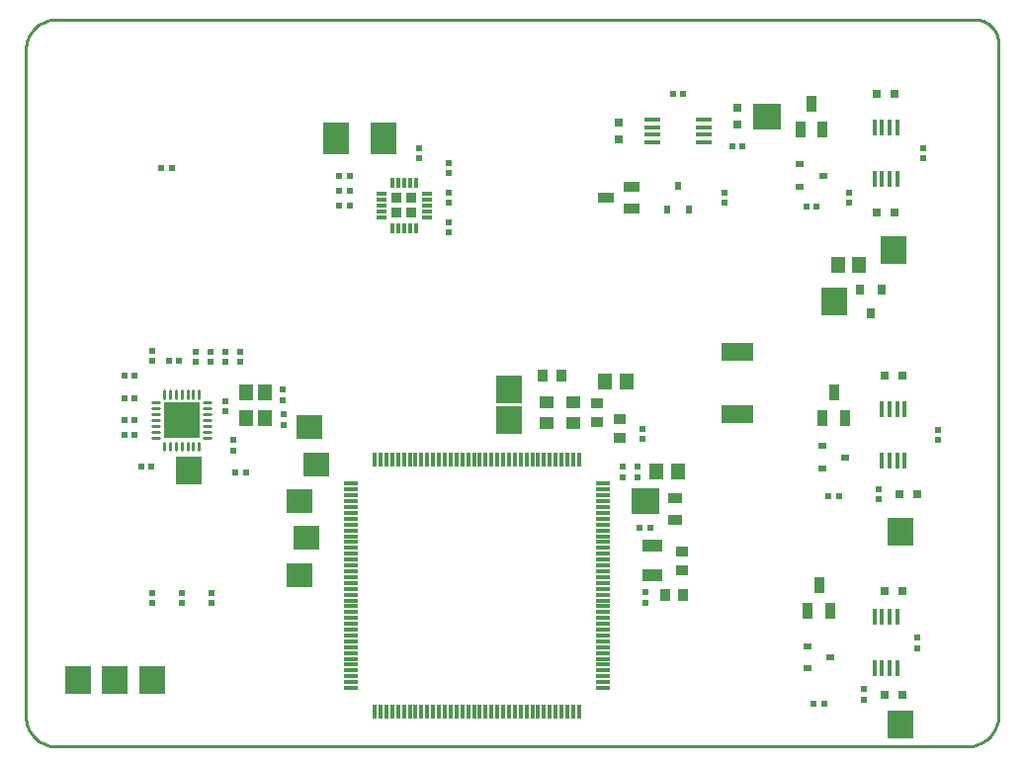
<source format=gbr>
G04 EAGLE Gerber RS-274X export*
G75*
%MOMM*%
%FSLAX34Y34*%
%LPD*%
%INSolderpaste Bottom*%
%IPPOS*%
%AMOC8*
5,1,8,0,0,1.08239X$1,22.5*%
G01*
%ADD10R,1.300000X1.050000*%
%ADD11R,0.300000X1.200000*%
%ADD12R,1.200000X0.300000*%
%ADD13R,0.500000X0.500000*%
%ADD14R,1.000000X0.950000*%
%ADD15R,0.950000X1.000000*%
%ADD16R,1.800000X1.000000*%
%ADD17R,1.300000X0.900000*%
%ADD18R,2.489200X2.235200*%
%ADD19R,2.235200X2.489200*%
%ADD20R,0.800000X0.900000*%
%ADD21R,1.150000X1.450000*%
%ADD22R,2.794000X1.498600*%
%ADD23R,0.620000X0.620000*%
%ADD24R,0.960000X0.960000*%
%ADD25C,0.018200*%
%ADD26R,2.286000X2.794000*%
%ADD27C,0.280000*%
%ADD28R,3.100000X3.100000*%
%ADD29R,1.450000X0.450000*%
%ADD30R,0.800000X0.800000*%
%ADD31R,1.400000X0.950000*%
%ADD32R,0.600000X0.700000*%
%ADD33R,0.450000X1.450000*%
%ADD34R,0.950000X1.400000*%
%ADD35R,0.700000X0.600000*%
%ADD36R,2.235200X2.057400*%
%ADD37R,1.150000X1.400000*%
%ADD38C,0.254000*%


D10*
X240100Y276500D03*
X217100Y276500D03*
X217100Y295000D03*
X240100Y295000D03*
D11*
X70234Y245414D03*
X75234Y245414D03*
X80234Y245414D03*
X85234Y245414D03*
X90234Y245414D03*
X95234Y245414D03*
X100234Y245414D03*
X105234Y245414D03*
X110234Y245414D03*
X115234Y245414D03*
X120234Y245414D03*
X125234Y245414D03*
X130234Y245414D03*
X135234Y245414D03*
X140234Y245414D03*
X145234Y245414D03*
X150234Y245414D03*
X155234Y245414D03*
X160234Y245414D03*
X165234Y245414D03*
X170234Y245414D03*
X175234Y245414D03*
X180234Y245414D03*
X185234Y245414D03*
X190234Y245414D03*
X195234Y245414D03*
X200234Y245414D03*
X205234Y245414D03*
X210234Y245414D03*
X215234Y245414D03*
X220234Y245414D03*
X225234Y245414D03*
X230234Y245414D03*
X235234Y245414D03*
X240234Y245414D03*
X245234Y245414D03*
D12*
X265734Y224914D03*
X265734Y219914D03*
X265734Y214914D03*
X265734Y209914D03*
X265734Y204914D03*
X265734Y199914D03*
X265734Y194914D03*
X265734Y189914D03*
X265734Y184914D03*
X265734Y179914D03*
X265734Y174914D03*
X265734Y169914D03*
X265734Y164914D03*
X265734Y159914D03*
X265734Y154914D03*
X265734Y149914D03*
X265734Y144914D03*
X265734Y139914D03*
X265734Y134914D03*
X265734Y129914D03*
X265734Y124914D03*
X265734Y119914D03*
X265734Y114914D03*
X265734Y109914D03*
X265734Y104914D03*
X265734Y99914D03*
X265734Y94914D03*
X265734Y89914D03*
X265734Y84914D03*
X265734Y79914D03*
X265734Y74914D03*
X265734Y69914D03*
X265734Y64914D03*
X265734Y59914D03*
X265734Y54914D03*
X265734Y49914D03*
D11*
X245234Y29414D03*
X240234Y29414D03*
X235234Y29414D03*
X230234Y29414D03*
X225234Y29414D03*
X220234Y29414D03*
X215234Y29414D03*
X210234Y29414D03*
X205234Y29414D03*
X200234Y29414D03*
X195234Y29414D03*
X190234Y29414D03*
X185234Y29414D03*
X180234Y29414D03*
X175234Y29414D03*
X170234Y29414D03*
X165234Y29414D03*
X160234Y29414D03*
X155234Y29414D03*
X150234Y29414D03*
X145234Y29414D03*
X140234Y29414D03*
X135234Y29414D03*
X130234Y29414D03*
X125234Y29414D03*
X120234Y29414D03*
X115234Y29414D03*
X110234Y29414D03*
X105234Y29414D03*
X100234Y29414D03*
X95234Y29414D03*
X90234Y29414D03*
X85234Y29414D03*
X80234Y29414D03*
X75234Y29414D03*
X70234Y29414D03*
D12*
X49734Y49914D03*
X49734Y54914D03*
X49734Y59914D03*
X49734Y64914D03*
X49734Y69914D03*
X49734Y74914D03*
X49734Y79914D03*
X49734Y84914D03*
X49734Y89914D03*
X49734Y94914D03*
X49734Y99914D03*
X49734Y104914D03*
X49734Y109914D03*
X49734Y114914D03*
X49734Y119914D03*
X49734Y124914D03*
X49734Y129914D03*
X49734Y134914D03*
X49734Y139914D03*
X49734Y144914D03*
X49734Y149914D03*
X49734Y154914D03*
X49734Y159914D03*
X49734Y164914D03*
X49734Y169914D03*
X49734Y174914D03*
X49734Y179914D03*
X49734Y184914D03*
X49734Y189914D03*
X49734Y194914D03*
X49734Y199914D03*
X49734Y204914D03*
X49734Y209914D03*
X49734Y214914D03*
X49734Y219914D03*
X49734Y224914D03*
D13*
X299974Y272216D03*
X299974Y263216D03*
D14*
X279908Y264542D03*
X279908Y280542D03*
D15*
X318644Y129540D03*
X334644Y129540D03*
D14*
X333502Y167004D03*
X333502Y151004D03*
D16*
X308102Y171504D03*
X308102Y146504D03*
D17*
X327152Y212954D03*
X327152Y193954D03*
D13*
X295402Y230704D03*
X295402Y239704D03*
X282702Y230704D03*
X282702Y239704D03*
D18*
X301752Y209804D03*
D19*
X520700Y19050D03*
X514350Y425450D03*
D18*
X406400Y539750D03*
D19*
X520700Y184150D03*
X463550Y381000D03*
D20*
X485800Y391000D03*
X504800Y391000D03*
X495300Y371000D03*
D21*
X485250Y412750D03*
X467250Y412750D03*
D22*
X381000Y284480D03*
X381000Y337820D03*
D13*
X-120650Y131500D03*
X-120650Y122500D03*
X-95250Y122500D03*
X-95250Y131500D03*
X-69850Y122500D03*
X-69850Y131500D03*
D19*
X185420Y279400D03*
X185420Y305562D03*
D13*
X133350Y440000D03*
X133350Y449000D03*
X39950Y476250D03*
X48950Y476250D03*
X39950Y463550D03*
X48950Y463550D03*
X133350Y490800D03*
X133350Y499800D03*
X133350Y474400D03*
X133350Y465400D03*
D23*
X107950Y503500D03*
X107950Y512500D03*
D24*
X101350Y469650D03*
X89150Y469650D03*
X89150Y457450D03*
X101350Y457450D03*
D25*
X110841Y474759D02*
X118759Y474759D01*
X118759Y472341D01*
X110841Y472341D01*
X110841Y474759D01*
X110841Y472514D02*
X118759Y472514D01*
X118759Y472687D02*
X110841Y472687D01*
X110841Y472860D02*
X118759Y472860D01*
X118759Y473033D02*
X110841Y473033D01*
X110841Y473206D02*
X118759Y473206D01*
X118759Y473379D02*
X110841Y473379D01*
X110841Y473552D02*
X118759Y473552D01*
X118759Y473725D02*
X110841Y473725D01*
X110841Y473898D02*
X118759Y473898D01*
X118759Y474071D02*
X110841Y474071D01*
X110841Y474244D02*
X118759Y474244D01*
X118759Y474417D02*
X110841Y474417D01*
X110841Y474590D02*
X118759Y474590D01*
X118759Y469759D02*
X110841Y469759D01*
X118759Y469759D02*
X118759Y467341D01*
X110841Y467341D01*
X110841Y469759D01*
X110841Y467514D02*
X118759Y467514D01*
X118759Y467687D02*
X110841Y467687D01*
X110841Y467860D02*
X118759Y467860D01*
X118759Y468033D02*
X110841Y468033D01*
X110841Y468206D02*
X118759Y468206D01*
X118759Y468379D02*
X110841Y468379D01*
X110841Y468552D02*
X118759Y468552D01*
X118759Y468725D02*
X110841Y468725D01*
X110841Y468898D02*
X118759Y468898D01*
X118759Y469071D02*
X110841Y469071D01*
X110841Y469244D02*
X118759Y469244D01*
X118759Y469417D02*
X110841Y469417D01*
X110841Y469590D02*
X118759Y469590D01*
X118759Y464759D02*
X110841Y464759D01*
X118759Y464759D02*
X118759Y462341D01*
X110841Y462341D01*
X110841Y464759D01*
X110841Y462514D02*
X118759Y462514D01*
X118759Y462687D02*
X110841Y462687D01*
X110841Y462860D02*
X118759Y462860D01*
X118759Y463033D02*
X110841Y463033D01*
X110841Y463206D02*
X118759Y463206D01*
X118759Y463379D02*
X110841Y463379D01*
X110841Y463552D02*
X118759Y463552D01*
X118759Y463725D02*
X110841Y463725D01*
X110841Y463898D02*
X118759Y463898D01*
X118759Y464071D02*
X110841Y464071D01*
X110841Y464244D02*
X118759Y464244D01*
X118759Y464417D02*
X110841Y464417D01*
X110841Y464590D02*
X118759Y464590D01*
X118759Y459759D02*
X110841Y459759D01*
X118759Y459759D02*
X118759Y457341D01*
X110841Y457341D01*
X110841Y459759D01*
X110841Y457514D02*
X118759Y457514D01*
X118759Y457687D02*
X110841Y457687D01*
X110841Y457860D02*
X118759Y457860D01*
X118759Y458033D02*
X110841Y458033D01*
X110841Y458206D02*
X118759Y458206D01*
X118759Y458379D02*
X110841Y458379D01*
X110841Y458552D02*
X118759Y458552D01*
X118759Y458725D02*
X110841Y458725D01*
X110841Y458898D02*
X118759Y458898D01*
X118759Y459071D02*
X110841Y459071D01*
X110841Y459244D02*
X118759Y459244D01*
X118759Y459417D02*
X110841Y459417D01*
X110841Y459590D02*
X118759Y459590D01*
X118759Y454759D02*
X110841Y454759D01*
X118759Y454759D02*
X118759Y452341D01*
X110841Y452341D01*
X110841Y454759D01*
X110841Y452514D02*
X118759Y452514D01*
X118759Y452687D02*
X110841Y452687D01*
X110841Y452860D02*
X118759Y452860D01*
X118759Y453033D02*
X110841Y453033D01*
X110841Y453206D02*
X118759Y453206D01*
X118759Y453379D02*
X110841Y453379D01*
X110841Y453552D02*
X118759Y453552D01*
X118759Y453725D02*
X110841Y453725D01*
X110841Y453898D02*
X118759Y453898D01*
X118759Y454071D02*
X110841Y454071D01*
X110841Y454244D02*
X118759Y454244D01*
X118759Y454417D02*
X110841Y454417D01*
X110841Y454590D02*
X118759Y454590D01*
X106459Y447959D02*
X106459Y440041D01*
X104041Y440041D01*
X104041Y447959D01*
X106459Y447959D01*
X106459Y440214D02*
X104041Y440214D01*
X104041Y440387D02*
X106459Y440387D01*
X106459Y440560D02*
X104041Y440560D01*
X104041Y440733D02*
X106459Y440733D01*
X106459Y440906D02*
X104041Y440906D01*
X104041Y441079D02*
X106459Y441079D01*
X106459Y441252D02*
X104041Y441252D01*
X104041Y441425D02*
X106459Y441425D01*
X106459Y441598D02*
X104041Y441598D01*
X104041Y441771D02*
X106459Y441771D01*
X106459Y441944D02*
X104041Y441944D01*
X104041Y442117D02*
X106459Y442117D01*
X106459Y442290D02*
X104041Y442290D01*
X104041Y442463D02*
X106459Y442463D01*
X106459Y442636D02*
X104041Y442636D01*
X104041Y442809D02*
X106459Y442809D01*
X106459Y442982D02*
X104041Y442982D01*
X104041Y443155D02*
X106459Y443155D01*
X106459Y443328D02*
X104041Y443328D01*
X104041Y443501D02*
X106459Y443501D01*
X106459Y443674D02*
X104041Y443674D01*
X104041Y443847D02*
X106459Y443847D01*
X106459Y444020D02*
X104041Y444020D01*
X104041Y444193D02*
X106459Y444193D01*
X106459Y444366D02*
X104041Y444366D01*
X104041Y444539D02*
X106459Y444539D01*
X106459Y444712D02*
X104041Y444712D01*
X104041Y444885D02*
X106459Y444885D01*
X106459Y445058D02*
X104041Y445058D01*
X104041Y445231D02*
X106459Y445231D01*
X106459Y445404D02*
X104041Y445404D01*
X104041Y445577D02*
X106459Y445577D01*
X106459Y445750D02*
X104041Y445750D01*
X104041Y445923D02*
X106459Y445923D01*
X106459Y446096D02*
X104041Y446096D01*
X104041Y446269D02*
X106459Y446269D01*
X106459Y446442D02*
X104041Y446442D01*
X104041Y446615D02*
X106459Y446615D01*
X106459Y446788D02*
X104041Y446788D01*
X104041Y446961D02*
X106459Y446961D01*
X106459Y447134D02*
X104041Y447134D01*
X104041Y447307D02*
X106459Y447307D01*
X106459Y447480D02*
X104041Y447480D01*
X104041Y447653D02*
X106459Y447653D01*
X106459Y447826D02*
X104041Y447826D01*
X101459Y447959D02*
X101459Y440041D01*
X99041Y440041D01*
X99041Y447959D01*
X101459Y447959D01*
X101459Y440214D02*
X99041Y440214D01*
X99041Y440387D02*
X101459Y440387D01*
X101459Y440560D02*
X99041Y440560D01*
X99041Y440733D02*
X101459Y440733D01*
X101459Y440906D02*
X99041Y440906D01*
X99041Y441079D02*
X101459Y441079D01*
X101459Y441252D02*
X99041Y441252D01*
X99041Y441425D02*
X101459Y441425D01*
X101459Y441598D02*
X99041Y441598D01*
X99041Y441771D02*
X101459Y441771D01*
X101459Y441944D02*
X99041Y441944D01*
X99041Y442117D02*
X101459Y442117D01*
X101459Y442290D02*
X99041Y442290D01*
X99041Y442463D02*
X101459Y442463D01*
X101459Y442636D02*
X99041Y442636D01*
X99041Y442809D02*
X101459Y442809D01*
X101459Y442982D02*
X99041Y442982D01*
X99041Y443155D02*
X101459Y443155D01*
X101459Y443328D02*
X99041Y443328D01*
X99041Y443501D02*
X101459Y443501D01*
X101459Y443674D02*
X99041Y443674D01*
X99041Y443847D02*
X101459Y443847D01*
X101459Y444020D02*
X99041Y444020D01*
X99041Y444193D02*
X101459Y444193D01*
X101459Y444366D02*
X99041Y444366D01*
X99041Y444539D02*
X101459Y444539D01*
X101459Y444712D02*
X99041Y444712D01*
X99041Y444885D02*
X101459Y444885D01*
X101459Y445058D02*
X99041Y445058D01*
X99041Y445231D02*
X101459Y445231D01*
X101459Y445404D02*
X99041Y445404D01*
X99041Y445577D02*
X101459Y445577D01*
X101459Y445750D02*
X99041Y445750D01*
X99041Y445923D02*
X101459Y445923D01*
X101459Y446096D02*
X99041Y446096D01*
X99041Y446269D02*
X101459Y446269D01*
X101459Y446442D02*
X99041Y446442D01*
X99041Y446615D02*
X101459Y446615D01*
X101459Y446788D02*
X99041Y446788D01*
X99041Y446961D02*
X101459Y446961D01*
X101459Y447134D02*
X99041Y447134D01*
X99041Y447307D02*
X101459Y447307D01*
X101459Y447480D02*
X99041Y447480D01*
X99041Y447653D02*
X101459Y447653D01*
X101459Y447826D02*
X99041Y447826D01*
X96459Y447959D02*
X96459Y440041D01*
X94041Y440041D01*
X94041Y447959D01*
X96459Y447959D01*
X96459Y440214D02*
X94041Y440214D01*
X94041Y440387D02*
X96459Y440387D01*
X96459Y440560D02*
X94041Y440560D01*
X94041Y440733D02*
X96459Y440733D01*
X96459Y440906D02*
X94041Y440906D01*
X94041Y441079D02*
X96459Y441079D01*
X96459Y441252D02*
X94041Y441252D01*
X94041Y441425D02*
X96459Y441425D01*
X96459Y441598D02*
X94041Y441598D01*
X94041Y441771D02*
X96459Y441771D01*
X96459Y441944D02*
X94041Y441944D01*
X94041Y442117D02*
X96459Y442117D01*
X96459Y442290D02*
X94041Y442290D01*
X94041Y442463D02*
X96459Y442463D01*
X96459Y442636D02*
X94041Y442636D01*
X94041Y442809D02*
X96459Y442809D01*
X96459Y442982D02*
X94041Y442982D01*
X94041Y443155D02*
X96459Y443155D01*
X96459Y443328D02*
X94041Y443328D01*
X94041Y443501D02*
X96459Y443501D01*
X96459Y443674D02*
X94041Y443674D01*
X94041Y443847D02*
X96459Y443847D01*
X96459Y444020D02*
X94041Y444020D01*
X94041Y444193D02*
X96459Y444193D01*
X96459Y444366D02*
X94041Y444366D01*
X94041Y444539D02*
X96459Y444539D01*
X96459Y444712D02*
X94041Y444712D01*
X94041Y444885D02*
X96459Y444885D01*
X96459Y445058D02*
X94041Y445058D01*
X94041Y445231D02*
X96459Y445231D01*
X96459Y445404D02*
X94041Y445404D01*
X94041Y445577D02*
X96459Y445577D01*
X96459Y445750D02*
X94041Y445750D01*
X94041Y445923D02*
X96459Y445923D01*
X96459Y446096D02*
X94041Y446096D01*
X94041Y446269D02*
X96459Y446269D01*
X96459Y446442D02*
X94041Y446442D01*
X94041Y446615D02*
X96459Y446615D01*
X96459Y446788D02*
X94041Y446788D01*
X94041Y446961D02*
X96459Y446961D01*
X96459Y447134D02*
X94041Y447134D01*
X94041Y447307D02*
X96459Y447307D01*
X96459Y447480D02*
X94041Y447480D01*
X94041Y447653D02*
X96459Y447653D01*
X96459Y447826D02*
X94041Y447826D01*
X91459Y447959D02*
X91459Y440041D01*
X89041Y440041D01*
X89041Y447959D01*
X91459Y447959D01*
X91459Y440214D02*
X89041Y440214D01*
X89041Y440387D02*
X91459Y440387D01*
X91459Y440560D02*
X89041Y440560D01*
X89041Y440733D02*
X91459Y440733D01*
X91459Y440906D02*
X89041Y440906D01*
X89041Y441079D02*
X91459Y441079D01*
X91459Y441252D02*
X89041Y441252D01*
X89041Y441425D02*
X91459Y441425D01*
X91459Y441598D02*
X89041Y441598D01*
X89041Y441771D02*
X91459Y441771D01*
X91459Y441944D02*
X89041Y441944D01*
X89041Y442117D02*
X91459Y442117D01*
X91459Y442290D02*
X89041Y442290D01*
X89041Y442463D02*
X91459Y442463D01*
X91459Y442636D02*
X89041Y442636D01*
X89041Y442809D02*
X91459Y442809D01*
X91459Y442982D02*
X89041Y442982D01*
X89041Y443155D02*
X91459Y443155D01*
X91459Y443328D02*
X89041Y443328D01*
X89041Y443501D02*
X91459Y443501D01*
X91459Y443674D02*
X89041Y443674D01*
X89041Y443847D02*
X91459Y443847D01*
X91459Y444020D02*
X89041Y444020D01*
X89041Y444193D02*
X91459Y444193D01*
X91459Y444366D02*
X89041Y444366D01*
X89041Y444539D02*
X91459Y444539D01*
X91459Y444712D02*
X89041Y444712D01*
X89041Y444885D02*
X91459Y444885D01*
X91459Y445058D02*
X89041Y445058D01*
X89041Y445231D02*
X91459Y445231D01*
X91459Y445404D02*
X89041Y445404D01*
X89041Y445577D02*
X91459Y445577D01*
X91459Y445750D02*
X89041Y445750D01*
X89041Y445923D02*
X91459Y445923D01*
X91459Y446096D02*
X89041Y446096D01*
X89041Y446269D02*
X91459Y446269D01*
X91459Y446442D02*
X89041Y446442D01*
X89041Y446615D02*
X91459Y446615D01*
X91459Y446788D02*
X89041Y446788D01*
X89041Y446961D02*
X91459Y446961D01*
X91459Y447134D02*
X89041Y447134D01*
X89041Y447307D02*
X91459Y447307D01*
X91459Y447480D02*
X89041Y447480D01*
X89041Y447653D02*
X91459Y447653D01*
X91459Y447826D02*
X89041Y447826D01*
X86459Y447959D02*
X86459Y440041D01*
X84041Y440041D01*
X84041Y447959D01*
X86459Y447959D01*
X86459Y440214D02*
X84041Y440214D01*
X84041Y440387D02*
X86459Y440387D01*
X86459Y440560D02*
X84041Y440560D01*
X84041Y440733D02*
X86459Y440733D01*
X86459Y440906D02*
X84041Y440906D01*
X84041Y441079D02*
X86459Y441079D01*
X86459Y441252D02*
X84041Y441252D01*
X84041Y441425D02*
X86459Y441425D01*
X86459Y441598D02*
X84041Y441598D01*
X84041Y441771D02*
X86459Y441771D01*
X86459Y441944D02*
X84041Y441944D01*
X84041Y442117D02*
X86459Y442117D01*
X86459Y442290D02*
X84041Y442290D01*
X84041Y442463D02*
X86459Y442463D01*
X86459Y442636D02*
X84041Y442636D01*
X84041Y442809D02*
X86459Y442809D01*
X86459Y442982D02*
X84041Y442982D01*
X84041Y443155D02*
X86459Y443155D01*
X86459Y443328D02*
X84041Y443328D01*
X84041Y443501D02*
X86459Y443501D01*
X86459Y443674D02*
X84041Y443674D01*
X84041Y443847D02*
X86459Y443847D01*
X86459Y444020D02*
X84041Y444020D01*
X84041Y444193D02*
X86459Y444193D01*
X86459Y444366D02*
X84041Y444366D01*
X84041Y444539D02*
X86459Y444539D01*
X86459Y444712D02*
X84041Y444712D01*
X84041Y444885D02*
X86459Y444885D01*
X86459Y445058D02*
X84041Y445058D01*
X84041Y445231D02*
X86459Y445231D01*
X86459Y445404D02*
X84041Y445404D01*
X84041Y445577D02*
X86459Y445577D01*
X86459Y445750D02*
X84041Y445750D01*
X84041Y445923D02*
X86459Y445923D01*
X86459Y446096D02*
X84041Y446096D01*
X84041Y446269D02*
X86459Y446269D01*
X86459Y446442D02*
X84041Y446442D01*
X84041Y446615D02*
X86459Y446615D01*
X86459Y446788D02*
X84041Y446788D01*
X84041Y446961D02*
X86459Y446961D01*
X86459Y447134D02*
X84041Y447134D01*
X84041Y447307D02*
X86459Y447307D01*
X86459Y447480D02*
X84041Y447480D01*
X84041Y447653D02*
X86459Y447653D01*
X86459Y447826D02*
X84041Y447826D01*
X79659Y452341D02*
X71741Y452341D01*
X71741Y454759D01*
X79659Y454759D01*
X79659Y452341D01*
X79659Y452514D02*
X71741Y452514D01*
X71741Y452687D02*
X79659Y452687D01*
X79659Y452860D02*
X71741Y452860D01*
X71741Y453033D02*
X79659Y453033D01*
X79659Y453206D02*
X71741Y453206D01*
X71741Y453379D02*
X79659Y453379D01*
X79659Y453552D02*
X71741Y453552D01*
X71741Y453725D02*
X79659Y453725D01*
X79659Y453898D02*
X71741Y453898D01*
X71741Y454071D02*
X79659Y454071D01*
X79659Y454244D02*
X71741Y454244D01*
X71741Y454417D02*
X79659Y454417D01*
X79659Y454590D02*
X71741Y454590D01*
X71741Y457341D02*
X79659Y457341D01*
X71741Y457341D02*
X71741Y459759D01*
X79659Y459759D01*
X79659Y457341D01*
X79659Y457514D02*
X71741Y457514D01*
X71741Y457687D02*
X79659Y457687D01*
X79659Y457860D02*
X71741Y457860D01*
X71741Y458033D02*
X79659Y458033D01*
X79659Y458206D02*
X71741Y458206D01*
X71741Y458379D02*
X79659Y458379D01*
X79659Y458552D02*
X71741Y458552D01*
X71741Y458725D02*
X79659Y458725D01*
X79659Y458898D02*
X71741Y458898D01*
X71741Y459071D02*
X79659Y459071D01*
X79659Y459244D02*
X71741Y459244D01*
X71741Y459417D02*
X79659Y459417D01*
X79659Y459590D02*
X71741Y459590D01*
X71741Y462341D02*
X79659Y462341D01*
X71741Y462341D02*
X71741Y464759D01*
X79659Y464759D01*
X79659Y462341D01*
X79659Y462514D02*
X71741Y462514D01*
X71741Y462687D02*
X79659Y462687D01*
X79659Y462860D02*
X71741Y462860D01*
X71741Y463033D02*
X79659Y463033D01*
X79659Y463206D02*
X71741Y463206D01*
X71741Y463379D02*
X79659Y463379D01*
X79659Y463552D02*
X71741Y463552D01*
X71741Y463725D02*
X79659Y463725D01*
X79659Y463898D02*
X71741Y463898D01*
X71741Y464071D02*
X79659Y464071D01*
X79659Y464244D02*
X71741Y464244D01*
X71741Y464417D02*
X79659Y464417D01*
X79659Y464590D02*
X71741Y464590D01*
X71741Y467341D02*
X79659Y467341D01*
X71741Y467341D02*
X71741Y469759D01*
X79659Y469759D01*
X79659Y467341D01*
X79659Y467514D02*
X71741Y467514D01*
X71741Y467687D02*
X79659Y467687D01*
X79659Y467860D02*
X71741Y467860D01*
X71741Y468033D02*
X79659Y468033D01*
X79659Y468206D02*
X71741Y468206D01*
X71741Y468379D02*
X79659Y468379D01*
X79659Y468552D02*
X71741Y468552D01*
X71741Y468725D02*
X79659Y468725D01*
X79659Y468898D02*
X71741Y468898D01*
X71741Y469071D02*
X79659Y469071D01*
X79659Y469244D02*
X71741Y469244D01*
X71741Y469417D02*
X79659Y469417D01*
X79659Y469590D02*
X71741Y469590D01*
X71741Y472341D02*
X79659Y472341D01*
X71741Y472341D02*
X71741Y474759D01*
X79659Y474759D01*
X79659Y472341D01*
X79659Y472514D02*
X71741Y472514D01*
X71741Y472687D02*
X79659Y472687D01*
X79659Y472860D02*
X71741Y472860D01*
X71741Y473033D02*
X79659Y473033D01*
X79659Y473206D02*
X71741Y473206D01*
X71741Y473379D02*
X79659Y473379D01*
X79659Y473552D02*
X71741Y473552D01*
X71741Y473725D02*
X79659Y473725D01*
X79659Y473898D02*
X71741Y473898D01*
X71741Y474071D02*
X79659Y474071D01*
X79659Y474244D02*
X71741Y474244D01*
X71741Y474417D02*
X79659Y474417D01*
X79659Y474590D02*
X71741Y474590D01*
X84041Y479141D02*
X84041Y487059D01*
X86459Y487059D01*
X86459Y479141D01*
X84041Y479141D01*
X84041Y479314D02*
X86459Y479314D01*
X86459Y479487D02*
X84041Y479487D01*
X84041Y479660D02*
X86459Y479660D01*
X86459Y479833D02*
X84041Y479833D01*
X84041Y480006D02*
X86459Y480006D01*
X86459Y480179D02*
X84041Y480179D01*
X84041Y480352D02*
X86459Y480352D01*
X86459Y480525D02*
X84041Y480525D01*
X84041Y480698D02*
X86459Y480698D01*
X86459Y480871D02*
X84041Y480871D01*
X84041Y481044D02*
X86459Y481044D01*
X86459Y481217D02*
X84041Y481217D01*
X84041Y481390D02*
X86459Y481390D01*
X86459Y481563D02*
X84041Y481563D01*
X84041Y481736D02*
X86459Y481736D01*
X86459Y481909D02*
X84041Y481909D01*
X84041Y482082D02*
X86459Y482082D01*
X86459Y482255D02*
X84041Y482255D01*
X84041Y482428D02*
X86459Y482428D01*
X86459Y482601D02*
X84041Y482601D01*
X84041Y482774D02*
X86459Y482774D01*
X86459Y482947D02*
X84041Y482947D01*
X84041Y483120D02*
X86459Y483120D01*
X86459Y483293D02*
X84041Y483293D01*
X84041Y483466D02*
X86459Y483466D01*
X86459Y483639D02*
X84041Y483639D01*
X84041Y483812D02*
X86459Y483812D01*
X86459Y483985D02*
X84041Y483985D01*
X84041Y484158D02*
X86459Y484158D01*
X86459Y484331D02*
X84041Y484331D01*
X84041Y484504D02*
X86459Y484504D01*
X86459Y484677D02*
X84041Y484677D01*
X84041Y484850D02*
X86459Y484850D01*
X86459Y485023D02*
X84041Y485023D01*
X84041Y485196D02*
X86459Y485196D01*
X86459Y485369D02*
X84041Y485369D01*
X84041Y485542D02*
X86459Y485542D01*
X86459Y485715D02*
X84041Y485715D01*
X84041Y485888D02*
X86459Y485888D01*
X86459Y486061D02*
X84041Y486061D01*
X84041Y486234D02*
X86459Y486234D01*
X86459Y486407D02*
X84041Y486407D01*
X84041Y486580D02*
X86459Y486580D01*
X86459Y486753D02*
X84041Y486753D01*
X84041Y486926D02*
X86459Y486926D01*
X89041Y487059D02*
X89041Y479141D01*
X89041Y487059D02*
X91459Y487059D01*
X91459Y479141D01*
X89041Y479141D01*
X89041Y479314D02*
X91459Y479314D01*
X91459Y479487D02*
X89041Y479487D01*
X89041Y479660D02*
X91459Y479660D01*
X91459Y479833D02*
X89041Y479833D01*
X89041Y480006D02*
X91459Y480006D01*
X91459Y480179D02*
X89041Y480179D01*
X89041Y480352D02*
X91459Y480352D01*
X91459Y480525D02*
X89041Y480525D01*
X89041Y480698D02*
X91459Y480698D01*
X91459Y480871D02*
X89041Y480871D01*
X89041Y481044D02*
X91459Y481044D01*
X91459Y481217D02*
X89041Y481217D01*
X89041Y481390D02*
X91459Y481390D01*
X91459Y481563D02*
X89041Y481563D01*
X89041Y481736D02*
X91459Y481736D01*
X91459Y481909D02*
X89041Y481909D01*
X89041Y482082D02*
X91459Y482082D01*
X91459Y482255D02*
X89041Y482255D01*
X89041Y482428D02*
X91459Y482428D01*
X91459Y482601D02*
X89041Y482601D01*
X89041Y482774D02*
X91459Y482774D01*
X91459Y482947D02*
X89041Y482947D01*
X89041Y483120D02*
X91459Y483120D01*
X91459Y483293D02*
X89041Y483293D01*
X89041Y483466D02*
X91459Y483466D01*
X91459Y483639D02*
X89041Y483639D01*
X89041Y483812D02*
X91459Y483812D01*
X91459Y483985D02*
X89041Y483985D01*
X89041Y484158D02*
X91459Y484158D01*
X91459Y484331D02*
X89041Y484331D01*
X89041Y484504D02*
X91459Y484504D01*
X91459Y484677D02*
X89041Y484677D01*
X89041Y484850D02*
X91459Y484850D01*
X91459Y485023D02*
X89041Y485023D01*
X89041Y485196D02*
X91459Y485196D01*
X91459Y485369D02*
X89041Y485369D01*
X89041Y485542D02*
X91459Y485542D01*
X91459Y485715D02*
X89041Y485715D01*
X89041Y485888D02*
X91459Y485888D01*
X91459Y486061D02*
X89041Y486061D01*
X89041Y486234D02*
X91459Y486234D01*
X91459Y486407D02*
X89041Y486407D01*
X89041Y486580D02*
X91459Y486580D01*
X91459Y486753D02*
X89041Y486753D01*
X89041Y486926D02*
X91459Y486926D01*
X94041Y487059D02*
X94041Y479141D01*
X94041Y487059D02*
X96459Y487059D01*
X96459Y479141D01*
X94041Y479141D01*
X94041Y479314D02*
X96459Y479314D01*
X96459Y479487D02*
X94041Y479487D01*
X94041Y479660D02*
X96459Y479660D01*
X96459Y479833D02*
X94041Y479833D01*
X94041Y480006D02*
X96459Y480006D01*
X96459Y480179D02*
X94041Y480179D01*
X94041Y480352D02*
X96459Y480352D01*
X96459Y480525D02*
X94041Y480525D01*
X94041Y480698D02*
X96459Y480698D01*
X96459Y480871D02*
X94041Y480871D01*
X94041Y481044D02*
X96459Y481044D01*
X96459Y481217D02*
X94041Y481217D01*
X94041Y481390D02*
X96459Y481390D01*
X96459Y481563D02*
X94041Y481563D01*
X94041Y481736D02*
X96459Y481736D01*
X96459Y481909D02*
X94041Y481909D01*
X94041Y482082D02*
X96459Y482082D01*
X96459Y482255D02*
X94041Y482255D01*
X94041Y482428D02*
X96459Y482428D01*
X96459Y482601D02*
X94041Y482601D01*
X94041Y482774D02*
X96459Y482774D01*
X96459Y482947D02*
X94041Y482947D01*
X94041Y483120D02*
X96459Y483120D01*
X96459Y483293D02*
X94041Y483293D01*
X94041Y483466D02*
X96459Y483466D01*
X96459Y483639D02*
X94041Y483639D01*
X94041Y483812D02*
X96459Y483812D01*
X96459Y483985D02*
X94041Y483985D01*
X94041Y484158D02*
X96459Y484158D01*
X96459Y484331D02*
X94041Y484331D01*
X94041Y484504D02*
X96459Y484504D01*
X96459Y484677D02*
X94041Y484677D01*
X94041Y484850D02*
X96459Y484850D01*
X96459Y485023D02*
X94041Y485023D01*
X94041Y485196D02*
X96459Y485196D01*
X96459Y485369D02*
X94041Y485369D01*
X94041Y485542D02*
X96459Y485542D01*
X96459Y485715D02*
X94041Y485715D01*
X94041Y485888D02*
X96459Y485888D01*
X96459Y486061D02*
X94041Y486061D01*
X94041Y486234D02*
X96459Y486234D01*
X96459Y486407D02*
X94041Y486407D01*
X94041Y486580D02*
X96459Y486580D01*
X96459Y486753D02*
X94041Y486753D01*
X94041Y486926D02*
X96459Y486926D01*
X99041Y487059D02*
X99041Y479141D01*
X99041Y487059D02*
X101459Y487059D01*
X101459Y479141D01*
X99041Y479141D01*
X99041Y479314D02*
X101459Y479314D01*
X101459Y479487D02*
X99041Y479487D01*
X99041Y479660D02*
X101459Y479660D01*
X101459Y479833D02*
X99041Y479833D01*
X99041Y480006D02*
X101459Y480006D01*
X101459Y480179D02*
X99041Y480179D01*
X99041Y480352D02*
X101459Y480352D01*
X101459Y480525D02*
X99041Y480525D01*
X99041Y480698D02*
X101459Y480698D01*
X101459Y480871D02*
X99041Y480871D01*
X99041Y481044D02*
X101459Y481044D01*
X101459Y481217D02*
X99041Y481217D01*
X99041Y481390D02*
X101459Y481390D01*
X101459Y481563D02*
X99041Y481563D01*
X99041Y481736D02*
X101459Y481736D01*
X101459Y481909D02*
X99041Y481909D01*
X99041Y482082D02*
X101459Y482082D01*
X101459Y482255D02*
X99041Y482255D01*
X99041Y482428D02*
X101459Y482428D01*
X101459Y482601D02*
X99041Y482601D01*
X99041Y482774D02*
X101459Y482774D01*
X101459Y482947D02*
X99041Y482947D01*
X99041Y483120D02*
X101459Y483120D01*
X101459Y483293D02*
X99041Y483293D01*
X99041Y483466D02*
X101459Y483466D01*
X101459Y483639D02*
X99041Y483639D01*
X99041Y483812D02*
X101459Y483812D01*
X101459Y483985D02*
X99041Y483985D01*
X99041Y484158D02*
X101459Y484158D01*
X101459Y484331D02*
X99041Y484331D01*
X99041Y484504D02*
X101459Y484504D01*
X101459Y484677D02*
X99041Y484677D01*
X99041Y484850D02*
X101459Y484850D01*
X101459Y485023D02*
X99041Y485023D01*
X99041Y485196D02*
X101459Y485196D01*
X101459Y485369D02*
X99041Y485369D01*
X99041Y485542D02*
X101459Y485542D01*
X101459Y485715D02*
X99041Y485715D01*
X99041Y485888D02*
X101459Y485888D01*
X101459Y486061D02*
X99041Y486061D01*
X99041Y486234D02*
X101459Y486234D01*
X101459Y486407D02*
X99041Y486407D01*
X99041Y486580D02*
X101459Y486580D01*
X101459Y486753D02*
X99041Y486753D01*
X99041Y486926D02*
X101459Y486926D01*
X104041Y487059D02*
X104041Y479141D01*
X104041Y487059D02*
X106459Y487059D01*
X106459Y479141D01*
X104041Y479141D01*
X104041Y479314D02*
X106459Y479314D01*
X106459Y479487D02*
X104041Y479487D01*
X104041Y479660D02*
X106459Y479660D01*
X106459Y479833D02*
X104041Y479833D01*
X104041Y480006D02*
X106459Y480006D01*
X106459Y480179D02*
X104041Y480179D01*
X104041Y480352D02*
X106459Y480352D01*
X106459Y480525D02*
X104041Y480525D01*
X104041Y480698D02*
X106459Y480698D01*
X106459Y480871D02*
X104041Y480871D01*
X104041Y481044D02*
X106459Y481044D01*
X106459Y481217D02*
X104041Y481217D01*
X104041Y481390D02*
X106459Y481390D01*
X106459Y481563D02*
X104041Y481563D01*
X104041Y481736D02*
X106459Y481736D01*
X106459Y481909D02*
X104041Y481909D01*
X104041Y482082D02*
X106459Y482082D01*
X106459Y482255D02*
X104041Y482255D01*
X104041Y482428D02*
X106459Y482428D01*
X106459Y482601D02*
X104041Y482601D01*
X104041Y482774D02*
X106459Y482774D01*
X106459Y482947D02*
X104041Y482947D01*
X104041Y483120D02*
X106459Y483120D01*
X106459Y483293D02*
X104041Y483293D01*
X104041Y483466D02*
X106459Y483466D01*
X106459Y483639D02*
X104041Y483639D01*
X104041Y483812D02*
X106459Y483812D01*
X106459Y483985D02*
X104041Y483985D01*
X104041Y484158D02*
X106459Y484158D01*
X106459Y484331D02*
X104041Y484331D01*
X104041Y484504D02*
X106459Y484504D01*
X106459Y484677D02*
X104041Y484677D01*
X104041Y484850D02*
X106459Y484850D01*
X106459Y485023D02*
X104041Y485023D01*
X104041Y485196D02*
X106459Y485196D01*
X106459Y485369D02*
X104041Y485369D01*
X104041Y485542D02*
X106459Y485542D01*
X106459Y485715D02*
X104041Y485715D01*
X104041Y485888D02*
X106459Y485888D01*
X106459Y486061D02*
X104041Y486061D01*
X104041Y486234D02*
X106459Y486234D01*
X106459Y486407D02*
X104041Y486407D01*
X104041Y486580D02*
X106459Y486580D01*
X106459Y486753D02*
X104041Y486753D01*
X104041Y486926D02*
X106459Y486926D01*
D26*
X36690Y520700D03*
X77610Y520700D03*
D23*
X48950Y488950D03*
X39950Y488950D03*
D15*
X214250Y317500D03*
X230250Y317500D03*
D14*
X260350Y277750D03*
X260350Y293750D03*
D21*
X311802Y235204D03*
X329802Y235204D03*
X285606Y312166D03*
X267606Y312166D03*
D23*
X305998Y187198D03*
X296998Y187198D03*
D13*
X301752Y131754D03*
X301752Y122754D03*
D19*
X-120650Y57150D03*
D27*
X-80250Y254250D02*
X-80250Y260350D01*
X-85250Y260350D02*
X-85250Y254250D01*
X-90250Y254250D02*
X-90250Y260350D01*
X-95250Y260350D02*
X-95250Y254250D01*
X-100250Y254250D02*
X-100250Y260350D01*
X-105250Y260350D02*
X-105250Y254250D01*
X-110250Y254250D02*
X-110250Y260350D01*
X-114300Y264400D02*
X-120400Y264400D01*
X-120400Y269400D02*
X-114300Y269400D01*
X-114300Y274400D02*
X-120400Y274400D01*
X-120400Y279400D02*
X-114300Y279400D01*
X-114300Y284400D02*
X-120400Y284400D01*
X-120400Y289400D02*
X-114300Y289400D01*
X-114300Y294400D02*
X-120400Y294400D01*
X-110250Y298450D02*
X-110250Y304550D01*
X-105250Y304550D02*
X-105250Y298450D01*
X-100250Y298450D02*
X-100250Y304550D01*
X-95250Y304550D02*
X-95250Y298450D01*
X-90250Y298450D02*
X-90250Y304550D01*
X-85250Y304550D02*
X-85250Y298450D01*
X-80250Y298450D02*
X-80250Y304550D01*
X-76200Y294400D02*
X-70100Y294400D01*
X-70100Y289400D02*
X-76200Y289400D01*
X-76200Y284400D02*
X-70100Y284400D01*
X-70100Y279400D02*
X-76200Y279400D01*
X-76200Y274400D02*
X-70100Y274400D01*
X-70100Y269400D02*
X-76200Y269400D01*
X-76200Y264400D02*
X-70100Y264400D01*
D28*
X-95250Y279400D03*
D13*
X-135200Y279400D03*
X-144200Y279400D03*
X-129976Y239268D03*
X-120976Y239268D03*
X-45212Y338002D03*
X-45212Y329002D03*
X-57404Y329002D03*
X-57404Y338002D03*
D23*
X-103450Y495300D03*
X-112450Y495300D03*
X-106100Y330200D03*
X-97100Y330200D03*
D13*
X-50800Y253310D03*
X-50800Y262310D03*
D23*
X-48950Y234950D03*
X-39950Y234950D03*
X-135200Y266700D03*
X-144200Y266700D03*
X-135200Y317500D03*
X-144200Y317500D03*
X-70104Y329002D03*
X-70104Y338002D03*
X-8128Y275408D03*
X-8128Y284408D03*
X-8382Y305744D03*
X-8382Y296744D03*
D13*
X-120142Y339018D03*
X-120142Y330018D03*
X-82804Y329002D03*
X-82804Y338002D03*
X-144200Y298450D03*
X-135200Y298450D03*
D29*
X352200Y536800D03*
X352200Y530300D03*
X352200Y523800D03*
X352200Y517300D03*
X308200Y517300D03*
X308200Y523800D03*
X308200Y530300D03*
X308200Y536800D03*
D13*
X369570Y465400D03*
X369570Y474400D03*
D30*
X279400Y519550D03*
X279400Y534550D03*
D23*
X325700Y558800D03*
X334700Y558800D03*
D31*
X290400Y479400D03*
X290400Y460400D03*
X268400Y469900D03*
D32*
X339700Y459900D03*
X320700Y459900D03*
X330200Y479900D03*
D30*
X381000Y532250D03*
X381000Y547250D03*
D23*
X376500Y514350D03*
X385500Y514350D03*
D33*
X517750Y486000D03*
X511250Y486000D03*
X504750Y486000D03*
X498250Y486000D03*
X498250Y530000D03*
X504750Y530000D03*
X511250Y530000D03*
X517750Y530000D03*
D13*
X440000Y462280D03*
X449000Y462280D03*
D30*
X500500Y558800D03*
X515500Y558800D03*
D23*
X539750Y512500D03*
X539750Y503500D03*
D34*
X454000Y528750D03*
X435000Y528750D03*
X444500Y550750D03*
D35*
X434500Y479450D03*
X434500Y498450D03*
X454500Y488950D03*
D30*
X500500Y457200D03*
X515500Y457200D03*
D23*
X476250Y474400D03*
X476250Y465400D03*
D33*
X524100Y244700D03*
X517600Y244700D03*
X511100Y244700D03*
X504600Y244700D03*
X504600Y288700D03*
X511100Y288700D03*
X517600Y288700D03*
X524100Y288700D03*
D13*
X459050Y214630D03*
X468050Y214630D03*
D30*
X506850Y317500D03*
X521850Y317500D03*
D23*
X552450Y271200D03*
X552450Y262200D03*
D34*
X473050Y281100D03*
X454050Y281100D03*
X463550Y303100D03*
D35*
X453550Y238150D03*
X453550Y257150D03*
X473550Y247650D03*
D30*
X519550Y215900D03*
X534550Y215900D03*
D23*
X501650Y220400D03*
X501650Y211400D03*
D33*
X517750Y66900D03*
X511250Y66900D03*
X504750Y66900D03*
X498250Y66900D03*
X498250Y110900D03*
X504750Y110900D03*
X511250Y110900D03*
X517750Y110900D03*
D13*
X446350Y36830D03*
X455350Y36830D03*
D30*
X506850Y133350D03*
X521850Y133350D03*
D23*
X534670Y93146D03*
X534670Y84146D03*
D34*
X460350Y116000D03*
X441350Y116000D03*
X450850Y138000D03*
D35*
X440850Y66700D03*
X440850Y85700D03*
X460850Y76200D03*
D30*
X506850Y44450D03*
X521850Y44450D03*
D23*
X488950Y48950D03*
X488950Y39950D03*
D36*
X5588Y210185D03*
X20320Y241681D03*
X5588Y146685D03*
X11938Y178435D03*
D37*
X-23750Y281100D03*
X-39750Y281100D03*
X-39750Y303100D03*
X-23750Y303100D03*
D19*
X-152400Y57150D03*
X-184150Y57150D03*
D36*
X13970Y273431D03*
D13*
X-57404Y295838D03*
X-57404Y286838D03*
D19*
X-88646Y235966D03*
D38*
X-228600Y25400D02*
X-228503Y23186D01*
X-228214Y20989D01*
X-227735Y18826D01*
X-227068Y16713D01*
X-226220Y14666D01*
X-225197Y12700D01*
X-224006Y10831D01*
X-222658Y9073D01*
X-221161Y7440D01*
X-219527Y5942D01*
X-217769Y4594D01*
X-215900Y3403D01*
X-213935Y2380D01*
X-211887Y1532D01*
X-209774Y865D01*
X-207611Y386D01*
X-205414Y97D01*
X-203200Y0D01*
X577850Y0D01*
X580174Y102D01*
X582481Y405D01*
X584753Y909D01*
X586972Y1608D01*
X589121Y2499D01*
X591185Y3573D01*
X593147Y4823D01*
X594993Y6240D01*
X596709Y7811D01*
X598280Y9527D01*
X599697Y11373D01*
X600947Y13335D01*
X602021Y15399D01*
X602912Y17548D01*
X603611Y19767D01*
X604115Y22039D01*
X604419Y24346D01*
X604520Y26670D01*
X604520Y602234D01*
X604444Y603983D01*
X604215Y605718D01*
X603836Y607427D01*
X603310Y609097D01*
X602640Y610714D01*
X601832Y612267D01*
X600891Y613743D01*
X599825Y615132D01*
X598643Y616423D01*
X597352Y617605D01*
X595963Y618671D01*
X594487Y619612D01*
X592934Y620420D01*
X591317Y621090D01*
X589647Y621616D01*
X587938Y621995D01*
X586203Y622224D01*
X584454Y622300D01*
X-203200Y622300D01*
X-205414Y622203D01*
X-207611Y621914D01*
X-209774Y621435D01*
X-211887Y620768D01*
X-213935Y619920D01*
X-215900Y618897D01*
X-217769Y617706D01*
X-219527Y616358D01*
X-221161Y614861D01*
X-222658Y613227D01*
X-224006Y611469D01*
X-225197Y609600D01*
X-226220Y607635D01*
X-227068Y605587D01*
X-227735Y603474D01*
X-228214Y601311D01*
X-228503Y599114D01*
X-228600Y596900D01*
X-228600Y25400D01*
M02*

</source>
